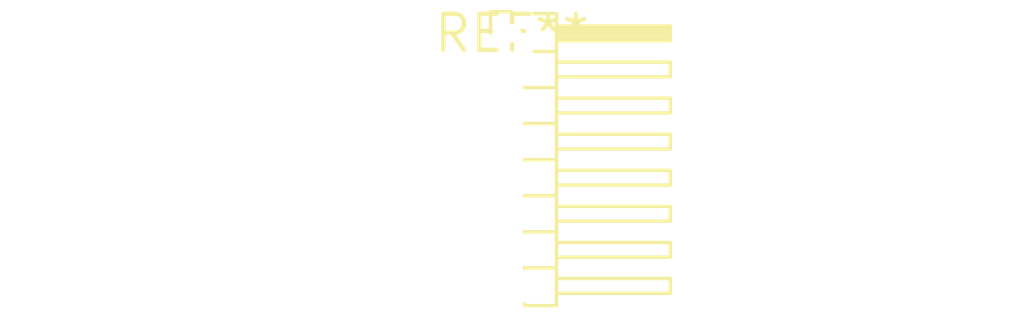
<source format=kicad_pcb>
(kicad_pcb (version 20240108) (generator pcbnew)
  (layers (0 "F.Cu" signal) (31 "B.Cu" signal) (34 "B.Paste" user) (35 "F.Paste" user) (36 "B.SilkS" user "B.Silkscreen") (37 "F.SilkS" user "F.Silkscreen") (38 "B.Mask" user) (39 "F.Mask" user) (44 "Edge.Cuts" user))
  (net 0 "")
  (footprint "PinHeader_1x08_P1.27mm_Horizontal" (layer "F.Cu") (at 0 0)
    (property "Reference" "REF**")
    (property "Value" "PinHeader_1x08_P1.27mm_Horizontal")
    (fp_line (start -0.76 -0.76) (end 0 -0.76) (layer "F.SilkS") (stroke (width 0.12)))
    (fp_line (start -0.76 0) (end -0.76 -0.76) (layer "F.SilkS") (stroke (width 0.12)))
    (fp_line (start 0.44 1.889677) (end 0.44 1.920323) (layer "F.SilkS") (stroke (width 0.12)))
    (fp_line (start 0.44 1.905) (end 1.56 1.905) (layer "F.SilkS") (stroke (width 0.12)))
    (fp_line (start 0.44 3.159677) (end 0.44 3.190323) (layer "F.SilkS") (stroke (width 0.12)))
    (fp_line (start 0.44 3.175) (end 1.56 3.175) (layer "F.SilkS") (stroke (width 0.12)))
    (fp_line (start 0.44 4.429677) (end 0.44 4.460323) (layer "F.SilkS") (stroke (width 0.12)))
    (fp_line (start 0.44 4.445) (end 1.56 4.445) (layer "F.SilkS") (stroke (width 0.12)))
    (fp_line (start 0.44 5.699677) (end 0.44 5.730323) (layer "F.SilkS") (stroke (width 0.12)))
    (fp_line (start 0.44 5.715) (end 1.56 5.715) (layer "F.SilkS") (stroke (width 0.12)))
    (fp_line (start 0.44 6.969677) (end 0.44 7.000323) (layer "F.SilkS") (stroke (width 0.12)))
    (fp_line (start 0.44 6.985) (end 1.56 6.985) (layer "F.SilkS") (stroke (width 0.12)))
    (fp_line (start 0.44 8.239677) (end 0.44 8.270323) (layer "F.SilkS") (stroke (width 0.12)))
    (fp_line (start 0.44 8.255) (end 1.56 8.255) (layer "F.SilkS") (stroke (width 0.12)))
    (fp_line (start 0.44 9.585) (end 0.44 9.509677) (layer "F.SilkS") (stroke (width 0.12)))
    (fp_line (start 0.76 -0.695) (end 1.56 -0.695) (layer "F.SilkS") (stroke (width 0.12)))
    (fp_line (start 0.76 0.635) (end 1.56 0.635) (layer "F.SilkS") (stroke (width 0.12)))
    (fp_line (start 1.56 -0.695) (end 1.56 9.585) (layer "F.SilkS") (stroke (width 0.12)))
    (fp_line (start 1.56 -0.26) (end 5.56 -0.26) (layer "F.SilkS") (stroke (width 0.12)))
    (fp_line (start 1.56 -0.2) (end 5.56 -0.2) (layer "F.SilkS") (stroke (width 0.12)))
    (fp_line (start 1.56 -0.08) (end 5.56 -0.08) (layer "F.SilkS") (stroke (width 0.12)))
    (fp_line (start 1.56 0.04) (end 5.56 0.04) (layer "F.SilkS") (stroke (width 0.12)))
    (fp_line (start 1.56 0.16) (end 5.56 0.16) (layer "F.SilkS") (stroke (width 0.12)))
    (fp_line (start 1.56 1.01) (end 5.56 1.01) (layer "F.SilkS") (stroke (width 0.12)))
    (fp_line (start 1.56 2.28) (end 5.56 2.28) (layer "F.SilkS") (stroke (width 0.12)))
    (fp_line (start 1.56 3.55) (end 5.56 3.55) (layer "F.SilkS") (stroke (width 0.12)))
    (fp_line (start 1.56 4.82) (end 5.56 4.82) (layer "F.SilkS") (stroke (width 0.12)))
    (fp_line (start 1.56 6.09) (end 5.56 6.09) (layer "F.SilkS") (stroke (width 0.12)))
    (fp_line (start 1.56 7.36) (end 5.56 7.36) (layer "F.SilkS") (stroke (width 0.12)))
    (fp_line (start 1.56 8.63) (end 5.56 8.63) (layer "F.SilkS") (stroke (width 0.12)))
    (fp_line (start 1.56 9.585) (end 0.44 9.585) (layer "F.SilkS") (stroke (width 0.12)))
    (fp_line (start 5.56 -0.26) (end 5.56 0.26) (layer "F.SilkS") (stroke (width 0.12)))
    (fp_line (start 5.56 0.26) (end 1.56 0.26) (layer "F.SilkS") (stroke (width 0.12)))
    (fp_line (start 5.56 1.01) (end 5.56 1.53) (layer "F.SilkS") (stroke (width 0.12)))
    (fp_line (start 5.56 1.53) (end 1.56 1.53) (layer "F.SilkS") (stroke (width 0.12)))
    (fp_line (start 5.56 2.28) (end 5.56 2.8) (layer "F.SilkS") (stroke (width 0.12)))
    (fp_line (start 5.56 2.8) (end 1.56 2.8) (layer "F.SilkS") (stroke (width 0.12)))
    (fp_line (start 5.56 3.55) (end 5.56 4.07) (layer "F.SilkS") (stroke (width 0.12)))
    (fp_line (start 5.56 4.07) (end 1.56 4.07) (layer "F.SilkS") (stroke (width 0.12)))
    (fp_line (start 5.56 4.82) (end 5.56 5.34) (layer "F.SilkS") (stroke (width 0.12)))
    (fp_line (start 5.56 5.34) (end 1.56 5.34) (layer "F.SilkS") (stroke (width 0.12)))
    (fp_line (start 5.56 6.09) (end 5.56 6.61) (layer "F.SilkS") (stroke (width 0.12)))
    (fp_line (start 5.56 6.61) (end 1.56 6.61) (layer "F.SilkS") (stroke (width 0.12)))
    (fp_line (start 5.56 7.36) (end 5.56 7.88) (layer "F.SilkS") (stroke (width 0.12)))
    (fp_line (start 5.56 7.88) (end 1.56 7.88) (layer "F.SilkS") (stroke (width 0.12)))
    (fp_line (start 5.56 8.63) (end 5.56 9.15) (layer "F.SilkS") (stroke (width 0.12)))
    (fp_line (start 5.56 9.15) (end 1.56 9.15) (layer "F.SilkS") (stroke (width 0.12)))
    (pad "1" thru_hole rect (at 0 0) (size 1 1) (drill 0.65) (layers *.Cu *.Mask) (remove_unused_layers))
    (pad "2" thru_hole oval (at 0 1.27) (size 1 1) (drill 0.65) (layers *.Cu *.Mask) (remove_unused_layers))
    (pad "3" thru_hole oval (at 0 2.54) (size 1 1) (drill 0.65) (layers *.Cu *.Mask) (remove_unused_layers))
    (pad "4" thru_hole oval (at 0 3.81) (size 1 1) (drill 0.65) (layers *.Cu *.Mask) (remove_unused_layers))
    (pad "5" thru_hole oval (at 0 5.08) (size 1 1) (drill 0.65) (layers *.Cu *.Mask) (remove_unused_layers))
    (pad "6" thru_hole oval (at 0 6.35) (size 1 1) (drill 0.65) (layers *.Cu *.Mask) (remove_unused_layers))
    (pad "7" thru_hole oval (at 0 7.62) (size 1 1) (drill 0.65) (layers *.Cu *.Mask) (remove_unused_layers))
    (pad "8" thru_hole oval (at 0 8.89) (size 1 1) (drill 0.65) (layers *.Cu *.Mask) (remove_unused_layers))
  )
)
</source>
